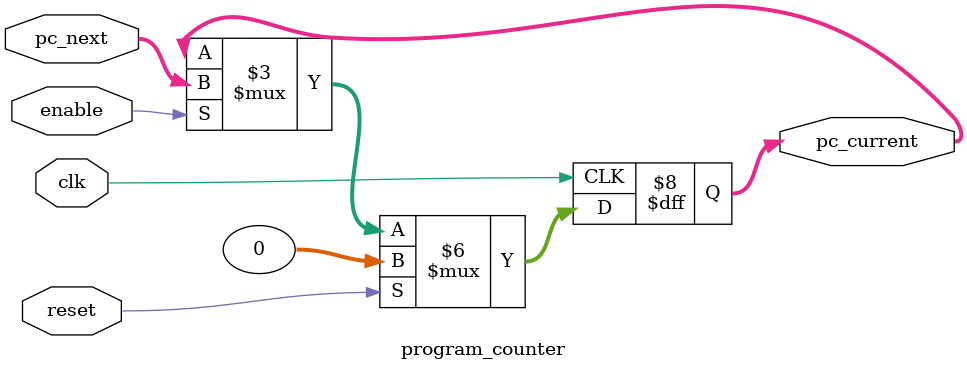
<source format=v>
module program_counter(
    input wire clk,
    input wire reset,
    input wire enable,           // Enable signal
    input wire [31:0] pc_next,   // Input from adder
    output reg [31:0] pc_current // Current PC value
);

    initial begin
        pc_current = 32'b0;
    end    

    // Rising edge triggered with synchronous reset
    always @(posedge clk) begin
        if (reset)
            pc_current <= 32'b0;    // Reset to address 0
        else if (enable)            // Only update when enabled
            pc_current <= pc_next;  // Update to next instruction address
    end

endmodule
</source>
